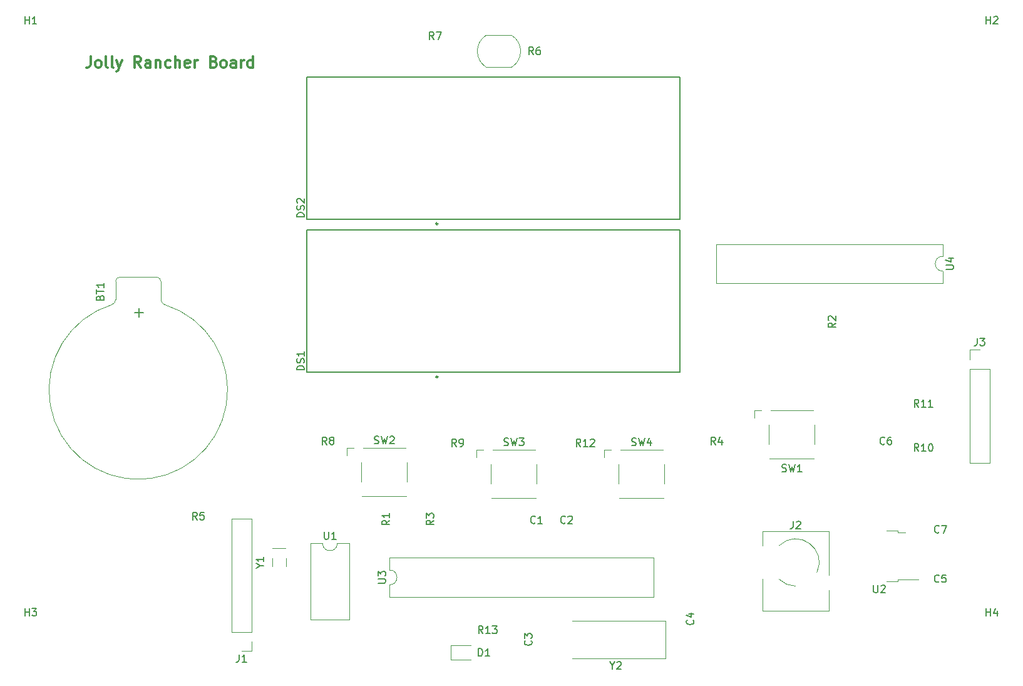
<source format=gbr>
%TF.GenerationSoftware,KiCad,Pcbnew,(6.0.5)*%
%TF.CreationDate,2022-07-18T17:09:20-07:00*%
%TF.ProjectId,rectangle-clock,72656374-616e-4676-9c65-2d636c6f636b,rev?*%
%TF.SameCoordinates,Original*%
%TF.FileFunction,Legend,Top*%
%TF.FilePolarity,Positive*%
%FSLAX46Y46*%
G04 Gerber Fmt 4.6, Leading zero omitted, Abs format (unit mm)*
G04 Created by KiCad (PCBNEW (6.0.5)) date 2022-07-18 17:09:20*
%MOMM*%
%LPD*%
G01*
G04 APERTURE LIST*
%ADD10C,0.300000*%
%ADD11C,0.150000*%
%ADD12C,0.120000*%
%ADD13C,0.250000*%
G04 APERTURE END LIST*
D10*
X93136000Y-60646571D02*
X93136000Y-61718000D01*
X93064571Y-61932285D01*
X92921714Y-62075142D01*
X92707428Y-62146571D01*
X92564571Y-62146571D01*
X94064571Y-62146571D02*
X93921714Y-62075142D01*
X93850285Y-62003714D01*
X93778857Y-61860857D01*
X93778857Y-61432285D01*
X93850285Y-61289428D01*
X93921714Y-61218000D01*
X94064571Y-61146571D01*
X94278857Y-61146571D01*
X94421714Y-61218000D01*
X94493142Y-61289428D01*
X94564571Y-61432285D01*
X94564571Y-61860857D01*
X94493142Y-62003714D01*
X94421714Y-62075142D01*
X94278857Y-62146571D01*
X94064571Y-62146571D01*
X95421714Y-62146571D02*
X95278857Y-62075142D01*
X95207428Y-61932285D01*
X95207428Y-60646571D01*
X96207428Y-62146571D02*
X96064571Y-62075142D01*
X95993142Y-61932285D01*
X95993142Y-60646571D01*
X96636000Y-61146571D02*
X96993142Y-62146571D01*
X97350285Y-61146571D02*
X96993142Y-62146571D01*
X96850285Y-62503714D01*
X96778857Y-62575142D01*
X96636000Y-62646571D01*
X99921714Y-62146571D02*
X99421714Y-61432285D01*
X99064571Y-62146571D02*
X99064571Y-60646571D01*
X99636000Y-60646571D01*
X99778857Y-60718000D01*
X99850285Y-60789428D01*
X99921714Y-60932285D01*
X99921714Y-61146571D01*
X99850285Y-61289428D01*
X99778857Y-61360857D01*
X99636000Y-61432285D01*
X99064571Y-61432285D01*
X101207428Y-62146571D02*
X101207428Y-61360857D01*
X101136000Y-61218000D01*
X100993142Y-61146571D01*
X100707428Y-61146571D01*
X100564571Y-61218000D01*
X101207428Y-62075142D02*
X101064571Y-62146571D01*
X100707428Y-62146571D01*
X100564571Y-62075142D01*
X100493142Y-61932285D01*
X100493142Y-61789428D01*
X100564571Y-61646571D01*
X100707428Y-61575142D01*
X101064571Y-61575142D01*
X101207428Y-61503714D01*
X101921714Y-61146571D02*
X101921714Y-62146571D01*
X101921714Y-61289428D02*
X101993142Y-61218000D01*
X102136000Y-61146571D01*
X102350285Y-61146571D01*
X102493142Y-61218000D01*
X102564571Y-61360857D01*
X102564571Y-62146571D01*
X103921714Y-62075142D02*
X103778857Y-62146571D01*
X103493142Y-62146571D01*
X103350285Y-62075142D01*
X103278857Y-62003714D01*
X103207428Y-61860857D01*
X103207428Y-61432285D01*
X103278857Y-61289428D01*
X103350285Y-61218000D01*
X103493142Y-61146571D01*
X103778857Y-61146571D01*
X103921714Y-61218000D01*
X104564571Y-62146571D02*
X104564571Y-60646571D01*
X105207428Y-62146571D02*
X105207428Y-61360857D01*
X105136000Y-61218000D01*
X104993142Y-61146571D01*
X104778857Y-61146571D01*
X104636000Y-61218000D01*
X104564571Y-61289428D01*
X106493142Y-62075142D02*
X106350285Y-62146571D01*
X106064571Y-62146571D01*
X105921714Y-62075142D01*
X105850285Y-61932285D01*
X105850285Y-61360857D01*
X105921714Y-61218000D01*
X106064571Y-61146571D01*
X106350285Y-61146571D01*
X106493142Y-61218000D01*
X106564571Y-61360857D01*
X106564571Y-61503714D01*
X105850285Y-61646571D01*
X107207428Y-62146571D02*
X107207428Y-61146571D01*
X107207428Y-61432285D02*
X107278857Y-61289428D01*
X107350285Y-61218000D01*
X107493142Y-61146571D01*
X107636000Y-61146571D01*
X109778857Y-61360857D02*
X109993142Y-61432285D01*
X110064571Y-61503714D01*
X110136000Y-61646571D01*
X110136000Y-61860857D01*
X110064571Y-62003714D01*
X109993142Y-62075142D01*
X109850285Y-62146571D01*
X109278857Y-62146571D01*
X109278857Y-60646571D01*
X109778857Y-60646571D01*
X109921714Y-60718000D01*
X109993142Y-60789428D01*
X110064571Y-60932285D01*
X110064571Y-61075142D01*
X109993142Y-61218000D01*
X109921714Y-61289428D01*
X109778857Y-61360857D01*
X109278857Y-61360857D01*
X110993142Y-62146571D02*
X110850285Y-62075142D01*
X110778857Y-62003714D01*
X110707428Y-61860857D01*
X110707428Y-61432285D01*
X110778857Y-61289428D01*
X110850285Y-61218000D01*
X110993142Y-61146571D01*
X111207428Y-61146571D01*
X111350285Y-61218000D01*
X111421714Y-61289428D01*
X111493142Y-61432285D01*
X111493142Y-61860857D01*
X111421714Y-62003714D01*
X111350285Y-62075142D01*
X111207428Y-62146571D01*
X110993142Y-62146571D01*
X112778857Y-62146571D02*
X112778857Y-61360857D01*
X112707428Y-61218000D01*
X112564571Y-61146571D01*
X112278857Y-61146571D01*
X112136000Y-61218000D01*
X112778857Y-62075142D02*
X112636000Y-62146571D01*
X112278857Y-62146571D01*
X112136000Y-62075142D01*
X112064571Y-61932285D01*
X112064571Y-61789428D01*
X112136000Y-61646571D01*
X112278857Y-61575142D01*
X112636000Y-61575142D01*
X112778857Y-61503714D01*
X113493142Y-62146571D02*
X113493142Y-61146571D01*
X113493142Y-61432285D02*
X113564571Y-61289428D01*
X113636000Y-61218000D01*
X113778857Y-61146571D01*
X113921714Y-61146571D01*
X115064571Y-62146571D02*
X115064571Y-60646571D01*
X115064571Y-62075142D02*
X114921714Y-62146571D01*
X114636000Y-62146571D01*
X114493142Y-62075142D01*
X114421714Y-62003714D01*
X114350285Y-61860857D01*
X114350285Y-61432285D01*
X114421714Y-61289428D01*
X114493142Y-61218000D01*
X114636000Y-61146571D01*
X114921714Y-61146571D01*
X115064571Y-61218000D01*
D11*
%TO.C,U2*%
X199006095Y-132106380D02*
X199006095Y-132915904D01*
X199053714Y-133011142D01*
X199101333Y-133058761D01*
X199196571Y-133106380D01*
X199387047Y-133106380D01*
X199482285Y-133058761D01*
X199529904Y-133011142D01*
X199577523Y-132915904D01*
X199577523Y-132106380D01*
X200006095Y-132201619D02*
X200053714Y-132154000D01*
X200148952Y-132106380D01*
X200387047Y-132106380D01*
X200482285Y-132154000D01*
X200529904Y-132201619D01*
X200577523Y-132296857D01*
X200577523Y-132392095D01*
X200529904Y-132534952D01*
X199958476Y-133106380D01*
X200577523Y-133106380D01*
%TO.C,J2*%
X188134666Y-123484380D02*
X188134666Y-124198666D01*
X188087047Y-124341523D01*
X187991809Y-124436761D01*
X187848952Y-124484380D01*
X187753714Y-124484380D01*
X188563238Y-123579619D02*
X188610857Y-123532000D01*
X188706095Y-123484380D01*
X188944190Y-123484380D01*
X189039428Y-123532000D01*
X189087047Y-123579619D01*
X189134666Y-123674857D01*
X189134666Y-123770095D01*
X189087047Y-123912952D01*
X188515619Y-124484380D01*
X189134666Y-124484380D01*
%TO.C,H4*%
X214238095Y-136252380D02*
X214238095Y-135252380D01*
X214238095Y-135728571D02*
X214809523Y-135728571D01*
X214809523Y-136252380D02*
X214809523Y-135252380D01*
X215714285Y-135585714D02*
X215714285Y-136252380D01*
X215476190Y-135204761D02*
X215238095Y-135919047D01*
X215857142Y-135919047D01*
%TO.C,DS1*%
X122001380Y-103015404D02*
X121001380Y-103015404D01*
X121001380Y-102777309D01*
X121049000Y-102634452D01*
X121144238Y-102539214D01*
X121239476Y-102491595D01*
X121429952Y-102443976D01*
X121572809Y-102443976D01*
X121763285Y-102491595D01*
X121858523Y-102539214D01*
X121953761Y-102634452D01*
X122001380Y-102777309D01*
X122001380Y-103015404D01*
X121953761Y-102063023D02*
X122001380Y-101920166D01*
X122001380Y-101682071D01*
X121953761Y-101586833D01*
X121906142Y-101539214D01*
X121810904Y-101491595D01*
X121715666Y-101491595D01*
X121620428Y-101539214D01*
X121572809Y-101586833D01*
X121525190Y-101682071D01*
X121477571Y-101872547D01*
X121429952Y-101967785D01*
X121382333Y-102015404D01*
X121287095Y-102063023D01*
X121191857Y-102063023D01*
X121096619Y-102015404D01*
X121049000Y-101967785D01*
X121001380Y-101872547D01*
X121001380Y-101634452D01*
X121049000Y-101491595D01*
X122001380Y-100539214D02*
X122001380Y-101110642D01*
X122001380Y-100824928D02*
X121001380Y-100824928D01*
X121144238Y-100920166D01*
X121239476Y-101015404D01*
X121287095Y-101110642D01*
%TO.C,SW3*%
X149034666Y-113198761D02*
X149177523Y-113246380D01*
X149415619Y-113246380D01*
X149510857Y-113198761D01*
X149558476Y-113151142D01*
X149606095Y-113055904D01*
X149606095Y-112960666D01*
X149558476Y-112865428D01*
X149510857Y-112817809D01*
X149415619Y-112770190D01*
X149225142Y-112722571D01*
X149129904Y-112674952D01*
X149082285Y-112627333D01*
X149034666Y-112532095D01*
X149034666Y-112436857D01*
X149082285Y-112341619D01*
X149129904Y-112294000D01*
X149225142Y-112246380D01*
X149463238Y-112246380D01*
X149606095Y-112294000D01*
X149939428Y-112246380D02*
X150177523Y-113246380D01*
X150368000Y-112532095D01*
X150558476Y-113246380D01*
X150796571Y-112246380D01*
X151082285Y-112246380D02*
X151701333Y-112246380D01*
X151368000Y-112627333D01*
X151510857Y-112627333D01*
X151606095Y-112674952D01*
X151653714Y-112722571D01*
X151701333Y-112817809D01*
X151701333Y-113055904D01*
X151653714Y-113151142D01*
X151606095Y-113198761D01*
X151510857Y-113246380D01*
X151225142Y-113246380D01*
X151129904Y-113198761D01*
X151082285Y-113151142D01*
%TO.C,C4*%
X174601142Y-136818666D02*
X174648761Y-136866285D01*
X174696380Y-137009142D01*
X174696380Y-137104380D01*
X174648761Y-137247238D01*
X174553523Y-137342476D01*
X174458285Y-137390095D01*
X174267809Y-137437714D01*
X174124952Y-137437714D01*
X173934476Y-137390095D01*
X173839238Y-137342476D01*
X173744000Y-137247238D01*
X173696380Y-137104380D01*
X173696380Y-137009142D01*
X173744000Y-136866285D01*
X173791619Y-136818666D01*
X174029714Y-135961523D02*
X174696380Y-135961523D01*
X173648761Y-136199619D02*
X174363047Y-136437714D01*
X174363047Y-135818666D01*
%TO.C,C2*%
X157313333Y-123675142D02*
X157265714Y-123722761D01*
X157122857Y-123770380D01*
X157027619Y-123770380D01*
X156884761Y-123722761D01*
X156789523Y-123627523D01*
X156741904Y-123532285D01*
X156694285Y-123341809D01*
X156694285Y-123198952D01*
X156741904Y-123008476D01*
X156789523Y-122913238D01*
X156884761Y-122818000D01*
X157027619Y-122770380D01*
X157122857Y-122770380D01*
X157265714Y-122818000D01*
X157313333Y-122865619D01*
X157694285Y-122865619D02*
X157741904Y-122818000D01*
X157837142Y-122770380D01*
X158075238Y-122770380D01*
X158170476Y-122818000D01*
X158218095Y-122865619D01*
X158265714Y-122960857D01*
X158265714Y-123056095D01*
X158218095Y-123198952D01*
X157646666Y-123770380D01*
X158265714Y-123770380D01*
%TO.C,J1*%
X113204666Y-141482380D02*
X113204666Y-142196666D01*
X113157047Y-142339523D01*
X113061809Y-142434761D01*
X112918952Y-142482380D01*
X112823714Y-142482380D01*
X114204666Y-142482380D02*
X113633238Y-142482380D01*
X113918952Y-142482380D02*
X113918952Y-141482380D01*
X113823714Y-141625238D01*
X113728476Y-141720476D01*
X113633238Y-141768095D01*
%TO.C,Y1*%
X116054190Y-129508190D02*
X116530380Y-129508190D01*
X115530380Y-129841523D02*
X116054190Y-129508190D01*
X115530380Y-129174857D01*
X116530380Y-128317714D02*
X116530380Y-128889142D01*
X116530380Y-128603428D02*
X115530380Y-128603428D01*
X115673238Y-128698666D01*
X115768476Y-128793904D01*
X115816095Y-128889142D01*
%TO.C,C7*%
X207859333Y-124945142D02*
X207811714Y-124992761D01*
X207668857Y-125040380D01*
X207573619Y-125040380D01*
X207430761Y-124992761D01*
X207335523Y-124897523D01*
X207287904Y-124802285D01*
X207240285Y-124611809D01*
X207240285Y-124468952D01*
X207287904Y-124278476D01*
X207335523Y-124183238D01*
X207430761Y-124088000D01*
X207573619Y-124040380D01*
X207668857Y-124040380D01*
X207811714Y-124088000D01*
X207859333Y-124135619D01*
X208192666Y-124040380D02*
X208859333Y-124040380D01*
X208430761Y-125040380D01*
%TO.C,BT1*%
X94416571Y-93241714D02*
X94464190Y-93098857D01*
X94511809Y-93051238D01*
X94607047Y-93003619D01*
X94749904Y-93003619D01*
X94845142Y-93051238D01*
X94892761Y-93098857D01*
X94940380Y-93194095D01*
X94940380Y-93575047D01*
X93940380Y-93575047D01*
X93940380Y-93241714D01*
X93988000Y-93146476D01*
X94035619Y-93098857D01*
X94130857Y-93051238D01*
X94226095Y-93051238D01*
X94321333Y-93098857D01*
X94368952Y-93146476D01*
X94416571Y-93241714D01*
X94416571Y-93575047D01*
X93940380Y-92717904D02*
X93940380Y-92146476D01*
X94940380Y-92432190D02*
X93940380Y-92432190D01*
X94940380Y-91289333D02*
X94940380Y-91860761D01*
X94940380Y-91575047D02*
X93940380Y-91575047D01*
X94083238Y-91670285D01*
X94178476Y-91765523D01*
X94226095Y-91860761D01*
X99675126Y-95847742D02*
X99675126Y-94704885D01*
X100246555Y-95276314D02*
X99103698Y-95276314D01*
%TO.C,DS2*%
X122001380Y-82320404D02*
X121001380Y-82320404D01*
X121001380Y-82082309D01*
X121049000Y-81939452D01*
X121144238Y-81844214D01*
X121239476Y-81796595D01*
X121429952Y-81748976D01*
X121572809Y-81748976D01*
X121763285Y-81796595D01*
X121858523Y-81844214D01*
X121953761Y-81939452D01*
X122001380Y-82082309D01*
X122001380Y-82320404D01*
X121953761Y-81368023D02*
X122001380Y-81225166D01*
X122001380Y-80987071D01*
X121953761Y-80891833D01*
X121906142Y-80844214D01*
X121810904Y-80796595D01*
X121715666Y-80796595D01*
X121620428Y-80844214D01*
X121572809Y-80891833D01*
X121525190Y-80987071D01*
X121477571Y-81177547D01*
X121429952Y-81272785D01*
X121382333Y-81320404D01*
X121287095Y-81368023D01*
X121191857Y-81368023D01*
X121096619Y-81320404D01*
X121049000Y-81272785D01*
X121001380Y-81177547D01*
X121001380Y-80939452D01*
X121049000Y-80796595D01*
X121096619Y-80415642D02*
X121049000Y-80368023D01*
X121001380Y-80272785D01*
X121001380Y-80034690D01*
X121049000Y-79939452D01*
X121096619Y-79891833D01*
X121191857Y-79844214D01*
X121287095Y-79844214D01*
X121429952Y-79891833D01*
X122001380Y-80463261D01*
X122001380Y-79844214D01*
%TO.C,U4*%
X208797380Y-89417904D02*
X209606904Y-89417904D01*
X209702142Y-89370285D01*
X209749761Y-89322666D01*
X209797380Y-89227428D01*
X209797380Y-89036952D01*
X209749761Y-88941714D01*
X209702142Y-88894095D01*
X209606904Y-88846476D01*
X208797380Y-88846476D01*
X209130714Y-87941714D02*
X209797380Y-87941714D01*
X208749761Y-88179809D02*
X209464047Y-88417904D01*
X209464047Y-87798857D01*
%TO.C,R2*%
X193872380Y-96686666D02*
X193396190Y-97020000D01*
X193872380Y-97258095D02*
X192872380Y-97258095D01*
X192872380Y-96877142D01*
X192920000Y-96781904D01*
X192967619Y-96734285D01*
X193062857Y-96686666D01*
X193205714Y-96686666D01*
X193300952Y-96734285D01*
X193348571Y-96781904D01*
X193396190Y-96877142D01*
X193396190Y-97258095D01*
X192967619Y-96305714D02*
X192920000Y-96258095D01*
X192872380Y-96162857D01*
X192872380Y-95924761D01*
X192920000Y-95829523D01*
X192967619Y-95781904D01*
X193062857Y-95734285D01*
X193158095Y-95734285D01*
X193300952Y-95781904D01*
X193872380Y-96353333D01*
X193872380Y-95734285D01*
%TO.C,R4*%
X177633333Y-113102380D02*
X177300000Y-112626190D01*
X177061904Y-113102380D02*
X177061904Y-112102380D01*
X177442857Y-112102380D01*
X177538095Y-112150000D01*
X177585714Y-112197619D01*
X177633333Y-112292857D01*
X177633333Y-112435714D01*
X177585714Y-112530952D01*
X177538095Y-112578571D01*
X177442857Y-112626190D01*
X177061904Y-112626190D01*
X178490476Y-112435714D02*
X178490476Y-113102380D01*
X178252380Y-112054761D02*
X178014285Y-112769047D01*
X178633333Y-112769047D01*
%TO.C,R6*%
X152995333Y-60396380D02*
X152662000Y-59920190D01*
X152423904Y-60396380D02*
X152423904Y-59396380D01*
X152804857Y-59396380D01*
X152900095Y-59444000D01*
X152947714Y-59491619D01*
X152995333Y-59586857D01*
X152995333Y-59729714D01*
X152947714Y-59824952D01*
X152900095Y-59872571D01*
X152804857Y-59920190D01*
X152423904Y-59920190D01*
X153852476Y-59396380D02*
X153662000Y-59396380D01*
X153566761Y-59444000D01*
X153519142Y-59491619D01*
X153423904Y-59634476D01*
X153376285Y-59824952D01*
X153376285Y-60205904D01*
X153423904Y-60301142D01*
X153471523Y-60348761D01*
X153566761Y-60396380D01*
X153757238Y-60396380D01*
X153852476Y-60348761D01*
X153900095Y-60301142D01*
X153947714Y-60205904D01*
X153947714Y-59967809D01*
X153900095Y-59872571D01*
X153852476Y-59824952D01*
X153757238Y-59777333D01*
X153566761Y-59777333D01*
X153471523Y-59824952D01*
X153423904Y-59872571D01*
X153376285Y-59967809D01*
%TO.C,R5*%
X107529333Y-123262380D02*
X107196000Y-122786190D01*
X106957904Y-123262380D02*
X106957904Y-122262380D01*
X107338857Y-122262380D01*
X107434095Y-122310000D01*
X107481714Y-122357619D01*
X107529333Y-122452857D01*
X107529333Y-122595714D01*
X107481714Y-122690952D01*
X107434095Y-122738571D01*
X107338857Y-122786190D01*
X106957904Y-122786190D01*
X108434095Y-122262380D02*
X107957904Y-122262380D01*
X107910285Y-122738571D01*
X107957904Y-122690952D01*
X108053142Y-122643333D01*
X108291238Y-122643333D01*
X108386476Y-122690952D01*
X108434095Y-122738571D01*
X108481714Y-122833809D01*
X108481714Y-123071904D01*
X108434095Y-123167142D01*
X108386476Y-123214761D01*
X108291238Y-123262380D01*
X108053142Y-123262380D01*
X107957904Y-123214761D01*
X107910285Y-123167142D01*
%TO.C,C5*%
X207859333Y-131616342D02*
X207811714Y-131663961D01*
X207668857Y-131711580D01*
X207573619Y-131711580D01*
X207430761Y-131663961D01*
X207335523Y-131568723D01*
X207287904Y-131473485D01*
X207240285Y-131283009D01*
X207240285Y-131140152D01*
X207287904Y-130949676D01*
X207335523Y-130854438D01*
X207430761Y-130759200D01*
X207573619Y-130711580D01*
X207668857Y-130711580D01*
X207811714Y-130759200D01*
X207859333Y-130806819D01*
X208764095Y-130711580D02*
X208287904Y-130711580D01*
X208240285Y-131187771D01*
X208287904Y-131140152D01*
X208383142Y-131092533D01*
X208621238Y-131092533D01*
X208716476Y-131140152D01*
X208764095Y-131187771D01*
X208811714Y-131283009D01*
X208811714Y-131521104D01*
X208764095Y-131616342D01*
X208716476Y-131663961D01*
X208621238Y-131711580D01*
X208383142Y-131711580D01*
X208287904Y-131663961D01*
X208240285Y-131616342D01*
%TO.C,H2*%
X214238095Y-56252380D02*
X214238095Y-55252380D01*
X214238095Y-55728571D02*
X214809523Y-55728571D01*
X214809523Y-56252380D02*
X214809523Y-55252380D01*
X215238095Y-55347619D02*
X215285714Y-55300000D01*
X215380952Y-55252380D01*
X215619047Y-55252380D01*
X215714285Y-55300000D01*
X215761904Y-55347619D01*
X215809523Y-55442857D01*
X215809523Y-55538095D01*
X215761904Y-55680952D01*
X215190476Y-56252380D01*
X215809523Y-56252380D01*
%TO.C,R9*%
X142581333Y-113356380D02*
X142248000Y-112880190D01*
X142009904Y-113356380D02*
X142009904Y-112356380D01*
X142390857Y-112356380D01*
X142486095Y-112404000D01*
X142533714Y-112451619D01*
X142581333Y-112546857D01*
X142581333Y-112689714D01*
X142533714Y-112784952D01*
X142486095Y-112832571D01*
X142390857Y-112880190D01*
X142009904Y-112880190D01*
X143057523Y-113356380D02*
X143248000Y-113356380D01*
X143343238Y-113308761D01*
X143390857Y-113261142D01*
X143486095Y-113118285D01*
X143533714Y-112927809D01*
X143533714Y-112546857D01*
X143486095Y-112451619D01*
X143438476Y-112404000D01*
X143343238Y-112356380D01*
X143152761Y-112356380D01*
X143057523Y-112404000D01*
X143009904Y-112451619D01*
X142962285Y-112546857D01*
X142962285Y-112784952D01*
X143009904Y-112880190D01*
X143057523Y-112927809D01*
X143152761Y-112975428D01*
X143343238Y-112975428D01*
X143438476Y-112927809D01*
X143486095Y-112880190D01*
X143533714Y-112784952D01*
%TO.C,R13*%
X146169142Y-138628380D02*
X145835809Y-138152190D01*
X145597714Y-138628380D02*
X145597714Y-137628380D01*
X145978666Y-137628380D01*
X146073904Y-137676000D01*
X146121523Y-137723619D01*
X146169142Y-137818857D01*
X146169142Y-137961714D01*
X146121523Y-138056952D01*
X146073904Y-138104571D01*
X145978666Y-138152190D01*
X145597714Y-138152190D01*
X147121523Y-138628380D02*
X146550095Y-138628380D01*
X146835809Y-138628380D02*
X146835809Y-137628380D01*
X146740571Y-137771238D01*
X146645333Y-137866476D01*
X146550095Y-137914095D01*
X147454857Y-137628380D02*
X148073904Y-137628380D01*
X147740571Y-138009333D01*
X147883428Y-138009333D01*
X147978666Y-138056952D01*
X148026285Y-138104571D01*
X148073904Y-138199809D01*
X148073904Y-138437904D01*
X148026285Y-138533142D01*
X147978666Y-138580761D01*
X147883428Y-138628380D01*
X147597714Y-138628380D01*
X147502476Y-138580761D01*
X147454857Y-138533142D01*
%TO.C,U1*%
X124724095Y-124894380D02*
X124724095Y-125703904D01*
X124771714Y-125799142D01*
X124819333Y-125846761D01*
X124914571Y-125894380D01*
X125105047Y-125894380D01*
X125200285Y-125846761D01*
X125247904Y-125799142D01*
X125295523Y-125703904D01*
X125295523Y-124894380D01*
X126295523Y-125894380D02*
X125724095Y-125894380D01*
X126009809Y-125894380D02*
X126009809Y-124894380D01*
X125914571Y-125037238D01*
X125819333Y-125132476D01*
X125724095Y-125180095D01*
%TO.C,H3*%
X84238095Y-136252380D02*
X84238095Y-135252380D01*
X84238095Y-135728571D02*
X84809523Y-135728571D01*
X84809523Y-136252380D02*
X84809523Y-135252380D01*
X85190476Y-135252380D02*
X85809523Y-135252380D01*
X85476190Y-135633333D01*
X85619047Y-135633333D01*
X85714285Y-135680952D01*
X85761904Y-135728571D01*
X85809523Y-135823809D01*
X85809523Y-136061904D01*
X85761904Y-136157142D01*
X85714285Y-136204761D01*
X85619047Y-136252380D01*
X85333333Y-136252380D01*
X85238095Y-136204761D01*
X85190476Y-136157142D01*
%TO.C,R8*%
X125055333Y-113102380D02*
X124722000Y-112626190D01*
X124483904Y-113102380D02*
X124483904Y-112102380D01*
X124864857Y-112102380D01*
X124960095Y-112150000D01*
X125007714Y-112197619D01*
X125055333Y-112292857D01*
X125055333Y-112435714D01*
X125007714Y-112530952D01*
X124960095Y-112578571D01*
X124864857Y-112626190D01*
X124483904Y-112626190D01*
X125626761Y-112530952D02*
X125531523Y-112483333D01*
X125483904Y-112435714D01*
X125436285Y-112340476D01*
X125436285Y-112292857D01*
X125483904Y-112197619D01*
X125531523Y-112150000D01*
X125626761Y-112102380D01*
X125817238Y-112102380D01*
X125912476Y-112150000D01*
X125960095Y-112197619D01*
X126007714Y-112292857D01*
X126007714Y-112340476D01*
X125960095Y-112435714D01*
X125912476Y-112483333D01*
X125817238Y-112530952D01*
X125626761Y-112530952D01*
X125531523Y-112578571D01*
X125483904Y-112626190D01*
X125436285Y-112721428D01*
X125436285Y-112911904D01*
X125483904Y-113007142D01*
X125531523Y-113054761D01*
X125626761Y-113102380D01*
X125817238Y-113102380D01*
X125912476Y-113054761D01*
X125960095Y-113007142D01*
X126007714Y-112911904D01*
X126007714Y-112721428D01*
X125960095Y-112626190D01*
X125912476Y-112578571D01*
X125817238Y-112530952D01*
%TO.C,H1*%
X84238095Y-56252380D02*
X84238095Y-55252380D01*
X84238095Y-55728571D02*
X84809523Y-55728571D01*
X84809523Y-56252380D02*
X84809523Y-55252380D01*
X85809523Y-56252380D02*
X85238095Y-56252380D01*
X85523809Y-56252380D02*
X85523809Y-55252380D01*
X85428571Y-55395238D01*
X85333333Y-55490476D01*
X85238095Y-55538095D01*
%TO.C,Y2*%
X163675809Y-142972190D02*
X163675809Y-143448380D01*
X163342476Y-142448380D02*
X163675809Y-142972190D01*
X164009142Y-142448380D01*
X164294857Y-142543619D02*
X164342476Y-142496000D01*
X164437714Y-142448380D01*
X164675809Y-142448380D01*
X164771047Y-142496000D01*
X164818666Y-142543619D01*
X164866285Y-142638857D01*
X164866285Y-142734095D01*
X164818666Y-142876952D01*
X164247238Y-143448380D01*
X164866285Y-143448380D01*
%TO.C,R11*%
X205097142Y-108022380D02*
X204763809Y-107546190D01*
X204525714Y-108022380D02*
X204525714Y-107022380D01*
X204906666Y-107022380D01*
X205001904Y-107070000D01*
X205049523Y-107117619D01*
X205097142Y-107212857D01*
X205097142Y-107355714D01*
X205049523Y-107450952D01*
X205001904Y-107498571D01*
X204906666Y-107546190D01*
X204525714Y-107546190D01*
X206049523Y-108022380D02*
X205478095Y-108022380D01*
X205763809Y-108022380D02*
X205763809Y-107022380D01*
X205668571Y-107165238D01*
X205573333Y-107260476D01*
X205478095Y-107308095D01*
X207001904Y-108022380D02*
X206430476Y-108022380D01*
X206716190Y-108022380D02*
X206716190Y-107022380D01*
X206620952Y-107165238D01*
X206525714Y-107260476D01*
X206430476Y-107308095D01*
%TO.C,R3*%
X139516380Y-123356666D02*
X139040190Y-123690000D01*
X139516380Y-123928095D02*
X138516380Y-123928095D01*
X138516380Y-123547142D01*
X138564000Y-123451904D01*
X138611619Y-123404285D01*
X138706857Y-123356666D01*
X138849714Y-123356666D01*
X138944952Y-123404285D01*
X138992571Y-123451904D01*
X139040190Y-123547142D01*
X139040190Y-123928095D01*
X138516380Y-123023333D02*
X138516380Y-122404285D01*
X138897333Y-122737619D01*
X138897333Y-122594761D01*
X138944952Y-122499523D01*
X138992571Y-122451904D01*
X139087809Y-122404285D01*
X139325904Y-122404285D01*
X139421142Y-122451904D01*
X139468761Y-122499523D01*
X139516380Y-122594761D01*
X139516380Y-122880476D01*
X139468761Y-122975714D01*
X139421142Y-123023333D01*
%TO.C,R1*%
X133548380Y-123356666D02*
X133072190Y-123690000D01*
X133548380Y-123928095D02*
X132548380Y-123928095D01*
X132548380Y-123547142D01*
X132596000Y-123451904D01*
X132643619Y-123404285D01*
X132738857Y-123356666D01*
X132881714Y-123356666D01*
X132976952Y-123404285D01*
X133024571Y-123451904D01*
X133072190Y-123547142D01*
X133072190Y-123928095D01*
X133548380Y-122404285D02*
X133548380Y-122975714D01*
X133548380Y-122690000D02*
X132548380Y-122690000D01*
X132691238Y-122785238D01*
X132786476Y-122880476D01*
X132834095Y-122975714D01*
%TO.C,R12*%
X159377142Y-113356380D02*
X159043809Y-112880190D01*
X158805714Y-113356380D02*
X158805714Y-112356380D01*
X159186666Y-112356380D01*
X159281904Y-112404000D01*
X159329523Y-112451619D01*
X159377142Y-112546857D01*
X159377142Y-112689714D01*
X159329523Y-112784952D01*
X159281904Y-112832571D01*
X159186666Y-112880190D01*
X158805714Y-112880190D01*
X160329523Y-113356380D02*
X159758095Y-113356380D01*
X160043809Y-113356380D02*
X160043809Y-112356380D01*
X159948571Y-112499238D01*
X159853333Y-112594476D01*
X159758095Y-112642095D01*
X160710476Y-112451619D02*
X160758095Y-112404000D01*
X160853333Y-112356380D01*
X161091428Y-112356380D01*
X161186666Y-112404000D01*
X161234285Y-112451619D01*
X161281904Y-112546857D01*
X161281904Y-112642095D01*
X161234285Y-112784952D01*
X160662857Y-113356380D01*
X161281904Y-113356380D01*
%TO.C,C6*%
X200493333Y-113007142D02*
X200445714Y-113054761D01*
X200302857Y-113102380D01*
X200207619Y-113102380D01*
X200064761Y-113054761D01*
X199969523Y-112959523D01*
X199921904Y-112864285D01*
X199874285Y-112673809D01*
X199874285Y-112530952D01*
X199921904Y-112340476D01*
X199969523Y-112245238D01*
X200064761Y-112150000D01*
X200207619Y-112102380D01*
X200302857Y-112102380D01*
X200445714Y-112150000D01*
X200493333Y-112197619D01*
X201350476Y-112102380D02*
X201160000Y-112102380D01*
X201064761Y-112150000D01*
X201017142Y-112197619D01*
X200921904Y-112340476D01*
X200874285Y-112530952D01*
X200874285Y-112911904D01*
X200921904Y-113007142D01*
X200969523Y-113054761D01*
X201064761Y-113102380D01*
X201255238Y-113102380D01*
X201350476Y-113054761D01*
X201398095Y-113007142D01*
X201445714Y-112911904D01*
X201445714Y-112673809D01*
X201398095Y-112578571D01*
X201350476Y-112530952D01*
X201255238Y-112483333D01*
X201064761Y-112483333D01*
X200969523Y-112530952D01*
X200921904Y-112578571D01*
X200874285Y-112673809D01*
%TO.C,U3*%
X132006380Y-131815904D02*
X132815904Y-131815904D01*
X132911142Y-131768285D01*
X132958761Y-131720666D01*
X133006380Y-131625428D01*
X133006380Y-131434952D01*
X132958761Y-131339714D01*
X132911142Y-131292095D01*
X132815904Y-131244476D01*
X132006380Y-131244476D01*
X132006380Y-130863523D02*
X132006380Y-130244476D01*
X132387333Y-130577809D01*
X132387333Y-130434952D01*
X132434952Y-130339714D01*
X132482571Y-130292095D01*
X132577809Y-130244476D01*
X132815904Y-130244476D01*
X132911142Y-130292095D01*
X132958761Y-130339714D01*
X133006380Y-130434952D01*
X133006380Y-130720666D01*
X132958761Y-130815904D01*
X132911142Y-130863523D01*
%TO.C,SW4*%
X166306666Y-113198761D02*
X166449523Y-113246380D01*
X166687619Y-113246380D01*
X166782857Y-113198761D01*
X166830476Y-113151142D01*
X166878095Y-113055904D01*
X166878095Y-112960666D01*
X166830476Y-112865428D01*
X166782857Y-112817809D01*
X166687619Y-112770190D01*
X166497142Y-112722571D01*
X166401904Y-112674952D01*
X166354285Y-112627333D01*
X166306666Y-112532095D01*
X166306666Y-112436857D01*
X166354285Y-112341619D01*
X166401904Y-112294000D01*
X166497142Y-112246380D01*
X166735238Y-112246380D01*
X166878095Y-112294000D01*
X167211428Y-112246380D02*
X167449523Y-113246380D01*
X167640000Y-112532095D01*
X167830476Y-113246380D01*
X168068571Y-112246380D01*
X168878095Y-112579714D02*
X168878095Y-113246380D01*
X168640000Y-112198761D02*
X168401904Y-112913047D01*
X169020952Y-112913047D01*
%TO.C,R7*%
X139533333Y-58364380D02*
X139200000Y-57888190D01*
X138961904Y-58364380D02*
X138961904Y-57364380D01*
X139342857Y-57364380D01*
X139438095Y-57412000D01*
X139485714Y-57459619D01*
X139533333Y-57554857D01*
X139533333Y-57697714D01*
X139485714Y-57792952D01*
X139438095Y-57840571D01*
X139342857Y-57888190D01*
X138961904Y-57888190D01*
X139866666Y-57364380D02*
X140533333Y-57364380D01*
X140104761Y-58364380D01*
%TO.C,R10*%
X205097142Y-113990380D02*
X204763809Y-113514190D01*
X204525714Y-113990380D02*
X204525714Y-112990380D01*
X204906666Y-112990380D01*
X205001904Y-113038000D01*
X205049523Y-113085619D01*
X205097142Y-113180857D01*
X205097142Y-113323714D01*
X205049523Y-113418952D01*
X205001904Y-113466571D01*
X204906666Y-113514190D01*
X204525714Y-113514190D01*
X206049523Y-113990380D02*
X205478095Y-113990380D01*
X205763809Y-113990380D02*
X205763809Y-112990380D01*
X205668571Y-113133238D01*
X205573333Y-113228476D01*
X205478095Y-113276095D01*
X206668571Y-112990380D02*
X206763809Y-112990380D01*
X206859047Y-113038000D01*
X206906666Y-113085619D01*
X206954285Y-113180857D01*
X207001904Y-113371333D01*
X207001904Y-113609428D01*
X206954285Y-113799904D01*
X206906666Y-113895142D01*
X206859047Y-113942761D01*
X206763809Y-113990380D01*
X206668571Y-113990380D01*
X206573333Y-113942761D01*
X206525714Y-113895142D01*
X206478095Y-113799904D01*
X206430476Y-113609428D01*
X206430476Y-113371333D01*
X206478095Y-113180857D01*
X206525714Y-113085619D01*
X206573333Y-113038000D01*
X206668571Y-112990380D01*
%TO.C,SW2*%
X131508666Y-112944761D02*
X131651523Y-112992380D01*
X131889619Y-112992380D01*
X131984857Y-112944761D01*
X132032476Y-112897142D01*
X132080095Y-112801904D01*
X132080095Y-112706666D01*
X132032476Y-112611428D01*
X131984857Y-112563809D01*
X131889619Y-112516190D01*
X131699142Y-112468571D01*
X131603904Y-112420952D01*
X131556285Y-112373333D01*
X131508666Y-112278095D01*
X131508666Y-112182857D01*
X131556285Y-112087619D01*
X131603904Y-112040000D01*
X131699142Y-111992380D01*
X131937238Y-111992380D01*
X132080095Y-112040000D01*
X132413428Y-111992380D02*
X132651523Y-112992380D01*
X132842000Y-112278095D01*
X133032476Y-112992380D01*
X133270571Y-111992380D01*
X133603904Y-112087619D02*
X133651523Y-112040000D01*
X133746761Y-111992380D01*
X133984857Y-111992380D01*
X134080095Y-112040000D01*
X134127714Y-112087619D01*
X134175333Y-112182857D01*
X134175333Y-112278095D01*
X134127714Y-112420952D01*
X133556285Y-112992380D01*
X134175333Y-112992380D01*
%TO.C,D1*%
X145565904Y-141676380D02*
X145565904Y-140676380D01*
X145804000Y-140676380D01*
X145946857Y-140724000D01*
X146042095Y-140819238D01*
X146089714Y-140914476D01*
X146137333Y-141104952D01*
X146137333Y-141247809D01*
X146089714Y-141438285D01*
X146042095Y-141533523D01*
X145946857Y-141628761D01*
X145804000Y-141676380D01*
X145565904Y-141676380D01*
X147089714Y-141676380D02*
X146518285Y-141676380D01*
X146804000Y-141676380D02*
X146804000Y-140676380D01*
X146708761Y-140819238D01*
X146613523Y-140914476D01*
X146518285Y-140962095D01*
%TO.C,J3*%
X213026666Y-98722380D02*
X213026666Y-99436666D01*
X212979047Y-99579523D01*
X212883809Y-99674761D01*
X212740952Y-99722380D01*
X212645714Y-99722380D01*
X213407619Y-98722380D02*
X214026666Y-98722380D01*
X213693333Y-99103333D01*
X213836190Y-99103333D01*
X213931428Y-99150952D01*
X213979047Y-99198571D01*
X214026666Y-99293809D01*
X214026666Y-99531904D01*
X213979047Y-99627142D01*
X213931428Y-99674761D01*
X213836190Y-99722380D01*
X213550476Y-99722380D01*
X213455238Y-99674761D01*
X213407619Y-99627142D01*
%TO.C,C3*%
X152699142Y-139612666D02*
X152746761Y-139660285D01*
X152794380Y-139803142D01*
X152794380Y-139898380D01*
X152746761Y-140041238D01*
X152651523Y-140136476D01*
X152556285Y-140184095D01*
X152365809Y-140231714D01*
X152222952Y-140231714D01*
X152032476Y-140184095D01*
X151937238Y-140136476D01*
X151842000Y-140041238D01*
X151794380Y-139898380D01*
X151794380Y-139803142D01*
X151842000Y-139660285D01*
X151889619Y-139612666D01*
X151794380Y-139279333D02*
X151794380Y-138660285D01*
X152175333Y-138993619D01*
X152175333Y-138850761D01*
X152222952Y-138755523D01*
X152270571Y-138707904D01*
X152365809Y-138660285D01*
X152603904Y-138660285D01*
X152699142Y-138707904D01*
X152746761Y-138755523D01*
X152794380Y-138850761D01*
X152794380Y-139136476D01*
X152746761Y-139231714D01*
X152699142Y-139279333D01*
%TO.C,C1*%
X153249333Y-123675142D02*
X153201714Y-123722761D01*
X153058857Y-123770380D01*
X152963619Y-123770380D01*
X152820761Y-123722761D01*
X152725523Y-123627523D01*
X152677904Y-123532285D01*
X152630285Y-123341809D01*
X152630285Y-123198952D01*
X152677904Y-123008476D01*
X152725523Y-122913238D01*
X152820761Y-122818000D01*
X152963619Y-122770380D01*
X153058857Y-122770380D01*
X153201714Y-122818000D01*
X153249333Y-122865619D01*
X154201714Y-123770380D02*
X153630285Y-123770380D01*
X153916000Y-123770380D02*
X153916000Y-122770380D01*
X153820761Y-122913238D01*
X153725523Y-123008476D01*
X153630285Y-123056095D01*
%TO.C,SW1*%
X186626666Y-116736761D02*
X186769523Y-116784380D01*
X187007619Y-116784380D01*
X187102857Y-116736761D01*
X187150476Y-116689142D01*
X187198095Y-116593904D01*
X187198095Y-116498666D01*
X187150476Y-116403428D01*
X187102857Y-116355809D01*
X187007619Y-116308190D01*
X186817142Y-116260571D01*
X186721904Y-116212952D01*
X186674285Y-116165333D01*
X186626666Y-116070095D01*
X186626666Y-115974857D01*
X186674285Y-115879619D01*
X186721904Y-115832000D01*
X186817142Y-115784380D01*
X187055238Y-115784380D01*
X187198095Y-115832000D01*
X187531428Y-115784380D02*
X187769523Y-116784380D01*
X187960000Y-116070095D01*
X188150476Y-116784380D01*
X188388571Y-115784380D01*
X189293333Y-116784380D02*
X188721904Y-116784380D01*
X189007619Y-116784380D02*
X189007619Y-115784380D01*
X188912380Y-115927238D01*
X188817142Y-116022476D01*
X188721904Y-116070095D01*
D12*
%TO.C,U2*%
X200738000Y-131604000D02*
X202238000Y-131604000D01*
X202238000Y-131334000D02*
X205068000Y-131334000D01*
X202238000Y-124974000D02*
X203338000Y-124974000D01*
X200738000Y-124704000D02*
X202238000Y-124704000D01*
X202238000Y-131604000D02*
X202238000Y-131334000D01*
X202238000Y-124704000D02*
X202238000Y-124974000D01*
%TO.C,J2*%
X191334245Y-130415705D02*
G75*
G03*
X186268000Y-126732000I-2866245J1383705D01*
G01*
X186205258Y-131294742D02*
G75*
G03*
X188468000Y-132232000I2262740J2262739D01*
G01*
X183968000Y-124832000D02*
X183968000Y-126782000D01*
X183968000Y-135532000D02*
X192968000Y-135532000D01*
X192968000Y-124832000D02*
X192968000Y-130782000D01*
X183968000Y-135532000D02*
X183968000Y-131282000D01*
X192968000Y-135532000D02*
X192968000Y-132782000D01*
X183968000Y-124832000D02*
X192968000Y-124832000D01*
D11*
%TO.C,DS1*%
X172799000Y-84101000D02*
X122349000Y-84101000D01*
X172799000Y-103351000D02*
X172799000Y-84101000D01*
X122349000Y-103351000D02*
X122349000Y-84101000D01*
X172799000Y-103351000D02*
X122349000Y-103351000D01*
D13*
X140079000Y-103951000D02*
G75*
G03*
X140079000Y-103951000I-125000J0D01*
G01*
D12*
%TO.C,SW3*%
X145268000Y-114794000D02*
X145268000Y-113794000D01*
X147268000Y-115794000D02*
X147268000Y-118394000D01*
X153268000Y-113844000D02*
X147468000Y-113844000D01*
X145268000Y-113794000D02*
X146268000Y-113794000D01*
X153468000Y-115794000D02*
X153468000Y-118394000D01*
X153368000Y-120344000D02*
X147368000Y-120344000D01*
%TO.C,J1*%
X114868000Y-139700000D02*
X114868000Y-141030000D01*
X114868000Y-138430000D02*
X112208000Y-138430000D01*
X114868000Y-141030000D02*
X113538000Y-141030000D01*
X114868000Y-138430000D02*
X114868000Y-123130000D01*
X112208000Y-138430000D02*
X112208000Y-123130000D01*
X114868000Y-123130000D02*
X112208000Y-123130000D01*
%TO.C,Y1*%
X119568000Y-128482000D02*
X119568000Y-129582000D01*
X119518000Y-127082000D02*
X117718000Y-127082000D01*
X117668000Y-128482000D02*
X117668000Y-129582000D01*
%TO.C,BT1*%
X102067984Y-90476314D02*
X97067984Y-90476314D01*
X96517984Y-91026314D02*
X96517984Y-93476314D01*
X102617984Y-93476314D02*
X102617984Y-91026314D01*
X96047984Y-94176314D02*
G75*
G03*
X100083975Y-117789757I3520000J-11550000D01*
G01*
X102617984Y-91026314D02*
G75*
G03*
X102067984Y-90476314I-549999J1D01*
G01*
X96024499Y-94181083D02*
G75*
G03*
X96517984Y-93476314I-256515J704769D01*
G01*
X97067984Y-90476314D02*
G75*
G03*
X96517984Y-91026314I-1J-549999D01*
G01*
X99051993Y-117789757D02*
G75*
G03*
X103087984Y-94176314I515991J12063443D01*
G01*
X102617984Y-93476314D02*
G75*
G03*
X103111469Y-94181083I750000J0D01*
G01*
D11*
%TO.C,DS2*%
X122349000Y-82656000D02*
X122349000Y-63406000D01*
X172799000Y-82656000D02*
X122349000Y-82656000D01*
X172799000Y-63406000D02*
X122349000Y-63406000D01*
X172799000Y-82656000D02*
X172799000Y-63406000D01*
D13*
X140079000Y-83256000D02*
G75*
G03*
X140079000Y-83256000I-125000J0D01*
G01*
D12*
%TO.C,U4*%
X177745000Y-91306000D02*
X208345000Y-91306000D01*
X208345000Y-87656000D02*
X208345000Y-86006000D01*
X208345000Y-91306000D02*
X208345000Y-89656000D01*
X177745000Y-86006000D02*
X177745000Y-91306000D01*
X208345000Y-86006000D02*
X177745000Y-86006000D01*
X208345000Y-87656000D02*
G75*
G03*
X208345000Y-89656000I0J-1000000D01*
G01*
%TO.C,R6*%
X150061000Y-57794000D02*
X146611000Y-57794000D01*
X150061000Y-62094000D02*
X146611000Y-62094000D01*
X150086476Y-62078388D02*
G75*
G03*
X150061000Y-57794000I-1325476J2134388D01*
G01*
X146582973Y-57811856D02*
G75*
G03*
X146611000Y-62094000I1378027J-2132144D01*
G01*
%TO.C,U1*%
X122836000Y-126442000D02*
X122836000Y-136722000D01*
X128136000Y-136722000D02*
X128136000Y-126442000D01*
X122836000Y-136722000D02*
X128136000Y-136722000D01*
X128136000Y-126442000D02*
X126486000Y-126442000D01*
X124486000Y-126442000D02*
X122836000Y-126442000D01*
X124486000Y-126442000D02*
G75*
G03*
X126486000Y-126442000I1000000J0D01*
G01*
%TO.C,Y2*%
X170852000Y-141996000D02*
X170852000Y-136896000D01*
X158252000Y-141996000D02*
X170852000Y-141996000D01*
X170852000Y-136896000D02*
X158252000Y-136896000D01*
%TO.C,U3*%
X169234000Y-128404000D02*
X133554000Y-128404000D01*
X133554000Y-133704000D02*
X169234000Y-133704000D01*
X169234000Y-133704000D02*
X169234000Y-128404000D01*
X133554000Y-128404000D02*
X133554000Y-130054000D01*
X133554000Y-132054000D02*
X133554000Y-133704000D01*
X133554000Y-132054000D02*
G75*
G03*
X133554000Y-130054000I0J1000000D01*
G01*
%TO.C,SW4*%
X170540000Y-113844000D02*
X164740000Y-113844000D01*
X170640000Y-120344000D02*
X164640000Y-120344000D01*
X164540000Y-115794000D02*
X164540000Y-118394000D01*
X162540000Y-113794000D02*
X163540000Y-113794000D01*
X170740000Y-115794000D02*
X170740000Y-118394000D01*
X162540000Y-114794000D02*
X162540000Y-113794000D01*
%TO.C,SW2*%
X135742000Y-113590000D02*
X129942000Y-113590000D01*
X129742000Y-115540000D02*
X129742000Y-118140000D01*
X127742000Y-114540000D02*
X127742000Y-113540000D01*
X135942000Y-115540000D02*
X135942000Y-118140000D01*
X135842000Y-120090000D02*
X129842000Y-120090000D01*
X127742000Y-113540000D02*
X128742000Y-113540000D01*
%TO.C,D1*%
X141825000Y-142184000D02*
X144510000Y-142184000D01*
X141825000Y-140264000D02*
X141825000Y-142184000D01*
X144510000Y-140264000D02*
X141825000Y-140264000D01*
%TO.C,J3*%
X212030000Y-102870000D02*
X212030000Y-115630000D01*
X212030000Y-100270000D02*
X213360000Y-100270000D01*
X212030000Y-102870000D02*
X214690000Y-102870000D01*
X214690000Y-102870000D02*
X214690000Y-115630000D01*
X212030000Y-115630000D02*
X214690000Y-115630000D01*
X212030000Y-101600000D02*
X212030000Y-100270000D01*
%TO.C,SW1*%
X191060000Y-110460000D02*
X191060000Y-113060000D01*
X184860000Y-110460000D02*
X184860000Y-113060000D01*
X182860000Y-108460000D02*
X183860000Y-108460000D01*
X182860000Y-109460000D02*
X182860000Y-108460000D01*
X190960000Y-115010000D02*
X184960000Y-115010000D01*
X190860000Y-108510000D02*
X185060000Y-108510000D01*
%TD*%
M02*

</source>
